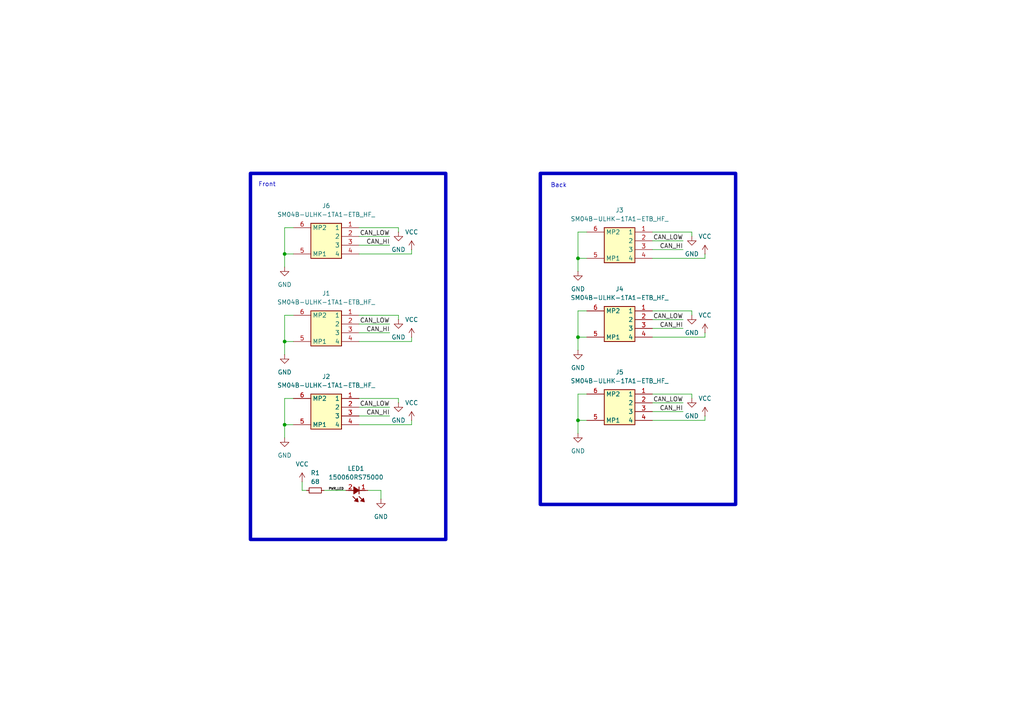
<source format=kicad_sch>
(kicad_sch (version 20250114) (generator "eeschema") (generator_version "9.0")
  (paper "A4")
  (lib_symbols
    (symbol "Device:R_Small" (pin_numbers (hide yes)) (pin_names (offset 0.254) (hide yes))
      (property "Reference" "R" (at 0.762 0.508 0))
      (property "Value" "R_Small" (at 0.762 -1.016 0))
      (symbol "R_Small_0_1"
        (rectangle (start -0.762 1.778) (end 0.762 -1.778) (stroke (width 0.2032)))
      )
      (symbol "R_Small_1_1"
        (pin passive line (at 0 2.54 270) (length 0.762) (name "~") (number "1"))
        (pin passive line (at 0 -2.54 90) (length 0.762) (name "~") (number "2"))
      )
    )
    (symbol "SDM_CONNECTOR:SM04B-ULHK-1TA1-ETB_HF_"
      (property "Reference" "J" (at 19.05 7.62 0))
      (property "Value" "SM04B-ULHK-1TA1-ETB_HF_" (at 19.05 5.08 0))
      (symbol "SM04B-ULHK-1TA1-ETB_HF__1_1"
        (rectangle (start 5.08 1.27) (end 13.97 -8.89) (stroke (width 0.254)) (fill (type background)))
        (pin passive line (at 0 0 0) (length 5.08) (name "4") (number "4"))
        (pin passive line (at 0 -2.54 0) (length 5.08) (name "3") (number "3"))
        (pin passive line (at 0 -5.08 0) (length 5.08) (name "2") (number "2"))
        (pin passive line (at 0 -7.62 0) (length 5.08) (name "1") (number "1"))
        (pin input line (at 19.05 0 180) (length 5.08) (name "MP1") (number "5"))
        (pin input line (at 19.05 -7.62 180) (length 5.08) (name "MP2") (number "6"))
      )
    )
    (symbol "SDM_LED:150060RS75000" (pin_names (hide yes))
      (property "Reference" "LED" (at 12.7 8.89 0))
      (property "Value" "150060RS75000" (at 12.7 6.35 0))
      (symbol "150060RS75000_1_1"
        (polyline (pts (xy 3.302 0) (xy 5.842 0)) (stroke (width 0.254)))
        (polyline (pts (xy 4.572 3.048) (xy 3.81 2.286) (xy 3.556 3.302) (xy 4.572 3.048)) (stroke (width 0.254)) (fill (type outline)))
        (polyline (pts (xy 5.08 1.778) (xy 4.318 2.54)) (stroke (width 0.254)))
        (polyline (pts (xy 5.08 1.016) (xy 5.08 -1.016)) (stroke (width 0.254)))
        (polyline (pts (xy 5.08 0) (xy 6.604 1.016) (xy 6.604 -1.016) (xy 5.08 0)) (stroke (width 0.254)) (fill (type outline)))
        (polyline (pts (xy 5.588 0) (xy 8.128 0)) (stroke (width 0.254)))
        (polyline (pts (xy 6.35 3.048) (xy 5.588 2.286) (xy 5.334 3.302) (xy 6.35 3.048)) (stroke (width 0.254)) (fill (type outline)))
        (polyline (pts (xy 6.858 1.778) (xy 6.096 2.54)) (stroke (width 0.254)))
        (pin passive line (at 2.54 0 0) (length 2.54) (name "K") (number "1"))
        (pin passive line (at 8.89 0 180) (length 2.54) (name "A") (number "2"))
      )
    )
    (symbol "power:+5V" (power) (pin_numbers (hide yes)) (pin_names (offset 0) (hide yes))
      (property "Value" "+5V" (at 0 3.556 0))
      (symbol "+5V_0_1"
        (polyline (pts (xy -0.762 1.27) (xy 0 2.54)))
        (polyline (pts (xy 0 2.54) (xy 0.762 1.27)))
        (polyline (pts (xy 0 0) (xy 0 2.54)))
      )
      (symbol "+5V_1_1"
        (pin power_in line (at 0 0 90) (length 0) (name "~") (number "1"))
      )
    )
    (symbol "power:GND" (power) (pin_numbers (hide yes)) (pin_names (offset 0) (hide yes))
      (property "Value" "GND" (at 0 -3.81 0))
      (symbol "GND_0_1"
        (polyline (pts (xy 0 0) (xy 0 -1.27) (xy 1.27 -1.27) (xy 0 -2.54) (xy -1.27 -1.27) (xy 0 -1.27)))
      )
      (symbol "GND_1_1"
        (pin power_in line (at 0 0 270) (length 0) (name "~") (number "1"))
      )
    )
    (symbol "power:VCC" (power) (pin_numbers (hide yes)) (pin_names (offset 0) (hide yes))
      (property "Value" "VCC" (at 0 3.556 0))
      (symbol "VCC_0_1"
        (polyline (pts (xy -0.762 1.27) (xy 0 2.54)))
        (polyline (pts (xy 0 2.54) (xy 0.762 1.27)))
        (polyline (pts (xy 0 0) (xy 0 2.54)))
      )
      (symbol "VCC_1_1"
        (pin power_in line (at 0 0 90) (length 0) (name "~") (number "1"))
      )
    )
  )
  (text "Back\n" (at 162.052 53.848 0) (effects (font (size 1.27 1.27))))
  (text "Front" (at 77.47 53.594 0) (effects (font (size 1.27 1.27))))
  (text_box "" (at 156.718 50.292 0) (size 56.642 96.012) (margins 0.9525 0.9525 0.9525 0.9525) (stroke (width 1)) (effects (font (size 1.27 1.27)) (justify left top)))
  (text_box "" (at 72.644 50.292 0) (size 56.642 106.172) (margins 0.9525 0.9525 0.9525 0.9525) (stroke (width 1)) (effects (font (size 1.27 1.27)) (justify left top)))
  (junction (at 167.64 121.92))
  (junction (at 167.64 97.79))
  (junction (at 82.55 73.66))
  (junction (at 167.64 74.93))
  (junction (at 82.55 123.19))
  (junction (at 82.55 99.06))
  (wire (pts (xy 170.18 90.17) (xy 167.64 90.17)))
  (wire (pts (xy 104.14 123.19) (xy 119.38 123.19)))
  (wire (pts (xy 170.18 67.31) (xy 167.64 67.31)))
  (wire (pts (xy 189.23 95.25) (xy 198.12 95.25)))
  (wire (pts (xy 200.66 114.3) (xy 200.66 115.57)))
  (wire (pts (xy 115.57 115.57) (xy 115.57 116.84)))
  (wire (pts (xy 110.49 142.24) (xy 110.49 144.78)))
  (wire (pts (xy 104.14 93.98) (xy 113.03 93.98)))
  (wire (pts (xy 167.64 67.31) (xy 167.64 74.93)))
  (wire (pts (xy 82.55 99.06) (xy 82.55 102.87)))
  (wire (pts (xy 189.23 121.92) (xy 204.47 121.92)))
  (wire (pts (xy 85.09 115.57) (xy 82.55 115.57)))
  (wire (pts (xy 200.66 90.17) (xy 200.66 91.44)))
  (wire (pts (xy 82.55 73.66) (xy 85.09 73.66)))
  (wire (pts (xy 104.14 91.44) (xy 115.57 91.44)))
  (wire (pts (xy 189.23 114.3) (xy 200.66 114.3)))
  (wire (pts (xy 167.64 97.79) (xy 170.18 97.79)))
  (wire (pts (xy 167.64 121.92) (xy 167.64 125.73)))
  (wire (pts (xy 104.14 96.52) (xy 113.03 96.52)))
  (wire (pts (xy 82.55 66.04) (xy 82.55 73.66)))
  (wire (pts (xy 104.14 99.06) (xy 119.38 99.06)))
  (wire (pts (xy 204.47 121.92) (xy 204.47 120.65)))
  (wire (pts (xy 167.64 97.79) (xy 167.64 101.6)))
  (wire (pts (xy 87.63 142.24) (xy 88.9 142.24)))
  (wire (pts (xy 119.38 73.66) (xy 119.38 72.39)))
  (wire (pts (xy 106.68 142.24) (xy 110.49 142.24)))
  (wire (pts (xy 82.55 99.06) (xy 85.09 99.06)))
  (wire (pts (xy 189.23 72.39) (xy 198.12 72.39)))
  (wire (pts (xy 189.23 116.84) (xy 198.12 116.84)))
  (wire (pts (xy 189.23 97.79) (xy 204.47 97.79)))
  (wire (pts (xy 93.98 142.24) (xy 100.33 142.24)))
  (wire (pts (xy 87.63 139.7) (xy 87.63 142.24)))
  (wire (pts (xy 167.64 74.93) (xy 170.18 74.93)))
  (wire (pts (xy 104.14 68.58) (xy 113.03 68.58)))
  (wire (pts (xy 204.47 97.79) (xy 204.47 96.52)))
  (wire (pts (xy 82.55 73.66) (xy 82.55 77.47)))
  (wire (pts (xy 115.57 66.04) (xy 115.57 67.31)))
  (wire (pts (xy 189.23 74.93) (xy 204.47 74.93)))
  (wire (pts (xy 85.09 66.04) (xy 82.55 66.04)))
  (wire (pts (xy 104.14 71.12) (xy 113.03 71.12)))
  (wire (pts (xy 82.55 123.19) (xy 82.55 127)))
  (wire (pts (xy 82.55 123.19) (xy 85.09 123.19)))
  (wire (pts (xy 119.38 99.06) (xy 119.38 97.79)))
  (wire (pts (xy 170.18 114.3) (xy 167.64 114.3)))
  (wire (pts (xy 189.23 92.71) (xy 198.12 92.71)))
  (wire (pts (xy 104.14 73.66) (xy 119.38 73.66)))
  (wire (pts (xy 167.64 90.17) (xy 167.64 97.79)))
  (wire (pts (xy 204.47 74.93) (xy 204.47 73.66)))
  (wire (pts (xy 167.64 74.93) (xy 167.64 78.74)))
  (wire (pts (xy 104.14 120.65) (xy 113.03 120.65)))
  (wire (pts (xy 200.66 67.31) (xy 200.66 68.58)))
  (wire (pts (xy 82.55 115.57) (xy 82.55 123.19)))
  (wire (pts (xy 189.23 119.38) (xy 198.12 119.38)))
  (wire (pts (xy 104.14 66.04) (xy 115.57 66.04)))
  (wire (pts (xy 189.23 69.85) (xy 198.12 69.85)))
  (wire (pts (xy 189.23 67.31) (xy 200.66 67.31)))
  (wire (pts (xy 189.23 90.17) (xy 200.66 90.17)))
  (wire (pts (xy 104.14 115.57) (xy 115.57 115.57)))
  (wire (pts (xy 119.38 123.19) (xy 119.38 121.92)))
  (wire (pts (xy 104.14 118.11) (xy 113.03 118.11)))
  (wire (pts (xy 167.64 114.3) (xy 167.64 121.92)))
  (wire (pts (xy 85.09 91.44) (xy 82.55 91.44)))
  (wire (pts (xy 167.64 121.92) (xy 170.18 121.92)))
  (wire (pts (xy 115.57 91.44) (xy 115.57 92.71)))
  (wire (pts (xy 82.55 91.44) (xy 82.55 99.06)))
  (label "CAN_LOW" (at 113.03 93.98 180))
  (label "CAN_LOW" (at 198.12 92.71 180))
  (label "CAN_LOW" (at 113.03 68.58 180))
  (label "CAN_LOW" (at 113.03 118.11 180))
  (label "CAN_HI" (at 198.12 95.25 180))
  (label "PWR_LED" (at 95.25 142.24 0) (effects (font (size 0.65 0.65))))
  (label "CAN_HI" (at 113.03 120.65 180))
  (label "CAN_HI" (at 113.03 71.12 180))
  (label "CAN_HI" (at 198.12 119.38 180))
  (label "CAN_HI" (at 198.12 72.39 180))
  (label "CAN_LOW" (at 198.12 69.85 180))
  (label "CAN_HI" (at 113.03 96.52 180))
  (label "CAN_LOW" (at 198.12 116.84 180))
  (symbol (lib_id "power:GND") (at 115.57 116.84 0) (unit 1)
    (property "Reference" "#PWR05" (effects (hide yes)))
    (property "Value" "GND" (at 115.57 121.92 0))
    (property "Description" "Power symbol creates a global label with name \"GND\" , ground" (effects (hide yes)))
  )
  (symbol (lib_id "power:GND") (at 167.64 125.73 0) (unit 1)
    (property "Reference" "#PWR013" (effects (hide yes)))
    (property "Value" "GND" (at 167.64 130.81 0))
    (property "Description" "Power symbol creates a global label with name \"GND\" , ground" (effects (hide yes)))
  )
  (symbol (lib_id "SDM_CONNECTOR:SM04B-ULHK-1TA1-ETB_HF_") (at 104.14 99.06 180) (unit 1)
    (property "Reference" "J1" (at 94.615 85.09 0))
    (property "Value" "SM04B-ULHK-1TA1-ETB_HF_" (at 94.615 87.63 0))
    (property "Footprint" "SDM_MiscFootprint:SM04BULHK1TA1ETBHF" (effects (hide yes)))
    (property "Datasheet" "https://www.jst-mfg.com/product/pdf/eng/eULH.pdf?65dd9a2fd1056" (effects (hide yes)))
    (property "Description" "Automotive Connectors 4P ULH Series 0.50 SMT Side Entry Header Key 1 Tin Black" (effects (hide yes)))
    (property "Height" "3.5" (effects (hide yes)))
    (property "Mouser Part Number" "306-SM4BULH1TA1ETBHF" (effects (hide yes)))
    (property "Mouser Price/Stock" "https://www.mouser.co.uk/ProductDetail/JST-Automotive/SM04B-ULHK-1TA1-ETBHF?qs=T%252BzbugeAwjhMN2sH8j2Cng%3D%3D" (effects (hide yes)))
    (property "Manufacturer_Name" "JST (JAPAN SOLDERLESS TERMINALS)" (effects (hide yes)))
    (property "Manufacturer_Part_Number" "SM04B-ULHK-1TA1-ETB(HF)" (effects (hide yes)))
  )
  (symbol (lib_id "SDM_CONNECTOR:SM04B-ULHK-1TA1-ETB_HF_") (at 104.14 73.66 180) (unit 1)
    (property "Reference" "J6" (at 94.615 59.69 0))
    (property "Value" "SM04B-ULHK-1TA1-ETB_HF_" (at 94.615 62.23 0))
    (property "Footprint" "SDM_MiscFootprint:SM04BULHK1TA1ETBHF" (effects (hide yes)))
    (property "Datasheet" "https://www.jst-mfg.com/product/pdf/eng/eULH.pdf?65dd9a2fd1056" (effects (hide yes)))
    (property "Description" "Automotive Connectors 4P ULH Series 0.50 SMT Side Entry Header Key 1 Tin Black" (effects (hide yes)))
    (property "Height" "3.5" (effects (hide yes)))
    (property "Mouser Part Number" "306-SM4BULH1TA1ETBHF" (effects (hide yes)))
    (property "Mouser Price/Stock" "https://www.mouser.co.uk/ProductDetail/JST-Automotive/SM04B-ULHK-1TA1-ETBHF?qs=T%252BzbugeAwjhMN2sH8j2Cng%3D%3D" (effects (hide yes)))
    (property "Manufacturer_Name" "JST (JAPAN SOLDERLESS TERMINALS)" (effects (hide yes)))
    (property "Manufacturer_Part_Number" "SM04B-ULHK-1TA1-ETB(HF)" (effects (hide yes)))
  )
  (symbol (lib_id "power:VCC") (at 204.47 73.66 0) (unit 1)
    (property "Reference" "#PWR09" (effects (hide yes)))
    (property "Value" "VCC" (at 204.47 68.58 0))
    (property "Description" "Power symbol creates a global label with name \"VCC\"" (effects (hide yes)))
  )
  (symbol (lib_id "power:GND") (at 115.57 92.71 0) (unit 1)
    (property "Reference" "#PWR02" (effects (hide yes)))
    (property "Value" "GND" (at 115.57 97.79 0))
    (property "Description" "Power symbol creates a global label with name \"GND\" , ground" (effects (hide yes)))
  )
  (symbol (lib_id "power:GND") (at 82.55 127 0) (unit 1)
    (property "Reference" "#PWR04" (effects (hide yes)))
    (property "Value" "GND" (at 82.55 132.08 0))
    (property "Description" "Power symbol creates a global label with name \"GND\" , ground" (effects (hide yes)))
  )
  (symbol (lib_id "power:VCC") (at 119.38 72.39 0) (unit 1)
    (property "Reference" "#PWR052" (effects (hide yes)))
    (property "Value" "VCC" (at 119.38 67.31 0))
    (property "Description" "Power symbol creates a global label with name \"VCC\"" (effects (hide yes)))
  )
  (symbol (lib_id "SDM_CONNECTOR:SM04B-ULHK-1TA1-ETB_HF_") (at 189.23 121.92 180) (unit 1)
    (property "Reference" "J5" (at 179.705 107.95 0))
    (property "Value" "SM04B-ULHK-1TA1-ETB_HF_" (at 179.705 110.49 0))
    (property "Footprint" "SDM_MiscFootprint:SM04BULHK1TA1ETBHF" (effects (hide yes)))
    (property "Datasheet" "https://www.jst-mfg.com/product/pdf/eng/eULH.pdf?65dd9a2fd1056" (effects (hide yes)))
    (property "Description" "Automotive Connectors 4P ULH Series 0.50 SMT Side Entry Header Key 1 Tin Black" (effects (hide yes)))
    (property "Height" "3.5" (effects (hide yes)))
    (property "Mouser Part Number" "306-SM4BULH1TA1ETBHF" (effects (hide yes)))
    (property "Mouser Price/Stock" "https://www.mouser.co.uk/ProductDetail/JST-Automotive/SM04B-ULHK-1TA1-ETBHF?qs=T%252BzbugeAwjhMN2sH8j2Cng%3D%3D" (effects (hide yes)))
    (property "Manufacturer_Name" "JST (JAPAN SOLDERLESS TERMINALS)" (effects (hide yes)))
    (property "Manufacturer_Part_Number" "SM04B-ULHK-1TA1-ETB(HF)" (effects (hide yes)))
  )
  (symbol (lib_id "SDM_LED:150060RS75000") (at 109.22 142.24 180) (unit 1)
    (property "Reference" "LED1" (at 103.251 135.89 0))
    (property "Value" "150060RS75000" (at 103.251 138.43 0))
    (property "Footprint" "SDM_MiscFootprint:LEDC1608X80N" (effects (hide yes)))
    (property "Datasheet" "http://katalog.we-online.de/led/datasheet/150060RS75000.pdf" (effects (hide yes)))
    (property "Description" "WURTH ELEKTRONIK - 150060RS75000 - LED, 0603, RED, 250MCD, 625NM" (effects (hide yes)))
    (property "Height" "0.8" (effects (hide yes)))
    (property "Mouser Part Number" "710-150060RS75000" (effects (hide yes)))
    (property "Mouser Price/Stock" "https://www.mouser.co.uk/ProductDetail/Wurth-Elektronik/150060RS75000?qs=LlUlMxKIyB3QnmZ3fw%2FVCA%3D%3D" (effects (hide yes)))
    (property "Manufacturer_Name" "Wurth Elektronik" (effects (hide yes)))
    (property "Manufacturer_Part_Number" "150060RS75000" (effects (hide yes)))
  )
  (symbol (lib_id "power:VCC") (at 119.38 121.92 0) (unit 1)
    (property "Reference" "#PWR06" (effects (hide yes)))
    (property "Value" "VCC" (at 119.38 116.84 0))
    (property "Description" "Power symbol creates a global label with name \"VCC\"" (effects (hide yes)))
  )
  (symbol (lib_id "power:+5V") (at 87.63 139.7 0) (unit 1)
    (property "Reference" "#PWR016" (effects (hide yes)))
    (property "Value" "VCC" (at 87.63 134.62 0))
    (property "Description" "Power symbol creates a global label with name \"+5V\"" (effects (hide yes)))
  )
  (symbol (lib_id "power:GND") (at 167.64 101.6 0) (unit 1)
    (property "Reference" "#PWR010" (effects (hide yes)))
    (property "Value" "GND" (at 167.64 106.68 0))
    (property "Description" "Power symbol creates a global label with name \"GND\" , ground" (effects (hide yes)))
  )
  (symbol (lib_id "Device:R_Small") (at 91.44 142.24 270) (unit 1)
    (property "Reference" "R1" (at 91.44 137.16 90))
    (property "Value" "68" (at 91.44 139.7 90))
    (property "Footprint" "Capacitor_SMD:C_0603_1608Metric" (effects (hide yes)))
  )
  (symbol (lib_id "SDM_CONNECTOR:SM04B-ULHK-1TA1-ETB_HF_") (at 189.23 74.93 180) (unit 1)
    (property "Reference" "J3" (at 179.705 60.96 0))
    (property "Value" "SM04B-ULHK-1TA1-ETB_HF_" (at 179.705 63.5 0))
    (property "Footprint" "SDM_MiscFootprint:SM04BULHK1TA1ETBHF" (effects (hide yes)))
    (property "Datasheet" "https://www.jst-mfg.com/product/pdf/eng/eULH.pdf?65dd9a2fd1056" (effects (hide yes)))
    (property "Description" "Automotive Connectors 4P ULH Series 0.50 SMT Side Entry Header Key 1 Tin Black" (effects (hide yes)))
    (property "Height" "3.5" (effects (hide yes)))
    (property "Mouser Part Number" "306-SM4BULH1TA1ETBHF" (effects (hide yes)))
    (property "Mouser Price/Stock" "https://www.mouser.co.uk/ProductDetail/JST-Automotive/SM04B-ULHK-1TA1-ETBHF?qs=T%252BzbugeAwjhMN2sH8j2Cng%3D%3D" (effects (hide yes)))
    (property "Manufacturer_Name" "JST (JAPAN SOLDERLESS TERMINALS)" (effects (hide yes)))
    (property "Manufacturer_Part_Number" "SM04B-ULHK-1TA1-ETB(HF)" (effects (hide yes)))
  )
  (symbol (lib_id "power:GND") (at 200.66 115.57 0) (unit 1)
    (property "Reference" "#PWR014" (effects (hide yes)))
    (property "Value" "GND" (at 200.66 120.65 0))
    (property "Description" "Power symbol creates a global label with name \"GND\" , ground" (effects (hide yes)))
  )
  (symbol (lib_id "power:VCC") (at 119.38 97.79 0) (unit 1)
    (property "Reference" "#PWR03" (effects (hide yes)))
    (property "Value" "VCC" (at 119.38 92.71 0))
    (property "Description" "Power symbol creates a global label with name \"VCC\"" (effects (hide yes)))
  )
  (symbol (lib_id "power:GND") (at 82.55 77.47 0) (unit 1)
    (property "Reference" "#PWR056" (effects (hide yes)))
    (property "Value" "GND" (at 82.55 82.55 0))
    (property "Description" "Power symbol creates a global label with name \"GND\" , ground" (effects (hide yes)))
  )
  (symbol (lib_id "power:VCC") (at 204.47 120.65 0) (unit 1)
    (property "Reference" "#PWR015" (effects (hide yes)))
    (property "Value" "VCC" (at 204.47 115.57 0))
    (property "Description" "Power symbol creates a global label with name \"VCC\"" (effects (hide yes)))
  )
  (symbol (lib_id "power:GND") (at 82.55 102.87 0) (unit 1)
    (property "Reference" "#PWR01" (effects (hide yes)))
    (property "Value" "GND" (at 82.55 107.95 0))
    (property "Description" "Power symbol creates a global label with name \"GND\" , ground" (effects (hide yes)))
  )
  (symbol (lib_id "power:GND") (at 115.57 67.31 0) (unit 1)
    (property "Reference" "#PWR053" (effects (hide yes)))
    (property "Value" "GND" (at 115.57 72.39 0))
    (property "Description" "Power symbol creates a global label with name \"GND\" , ground" (effects (hide yes)))
  )
  (symbol (lib_id "power:VCC") (at 204.47 96.52 0) (unit 1)
    (property "Reference" "#PWR012" (effects (hide yes)))
    (property "Value" "VCC" (at 204.47 91.44 0))
    (property "Description" "Power symbol creates a global label with name \"VCC\"" (effects (hide yes)))
  )
  (symbol (lib_id "power:GND") (at 167.64 78.74 0) (unit 1)
    (property "Reference" "#PWR07" (effects (hide yes)))
    (property "Value" "GND" (at 167.64 83.82 0))
    (property "Description" "Power symbol creates a global label with name \"GND\" , ground" (effects (hide yes)))
  )
  (symbol (lib_id "SDM_CONNECTOR:SM04B-ULHK-1TA1-ETB_HF_") (at 104.14 123.19 180) (unit 1)
    (property "Reference" "J2" (at 94.615 109.22 0))
    (property "Value" "SM04B-ULHK-1TA1-ETB_HF_" (at 94.615 111.76 0))
    (property "Footprint" "SDM_MiscFootprint:SM04BULHK1TA1ETBHF" (effects (hide yes)))
    (property "Datasheet" "https://www.jst-mfg.com/product/pdf/eng/eULH.pdf?65dd9a2fd1056" (effects (hide yes)))
    (property "Description" "Automotive Connectors 4P ULH Series 0.50 SMT Side Entry Header Key 1 Tin Black" (effects (hide yes)))
    (property "Height" "3.5" (effects (hide yes)))
    (property "Mouser Part Number" "306-SM4BULH1TA1ETBHF" (effects (hide yes)))
    (property "Mouser Price/Stock" "https://www.mouser.co.uk/ProductDetail/JST-Automotive/SM04B-ULHK-1TA1-ETBHF?qs=T%252BzbugeAwjhMN2sH8j2Cng%3D%3D" (effects (hide yes)))
    (property "Manufacturer_Name" "JST (JAPAN SOLDERLESS TERMINALS)" (effects (hide yes)))
    (property "Manufacturer_Part_Number" "SM04B-ULHK-1TA1-ETB(HF)" (effects (hide yes)))
  )
  (symbol (lib_id "power:GND") (at 110.49 144.78 0) (unit 1)
    (property "Reference" "#PWR017" (effects (hide yes)))
    (property "Value" "GND" (at 110.49 149.86 0))
    (property "Description" "Power symbol creates a global label with name \"GND\" , ground" (effects (hide yes)))
  )
  (symbol (lib_id "SDM_CONNECTOR:SM04B-ULHK-1TA1-ETB_HF_") (at 189.23 97.79 180) (unit 1)
    (property "Reference" "J4" (at 179.705 83.82 0))
    (property "Value" "SM04B-ULHK-1TA1-ETB_HF_" (at 179.705 86.36 0))
    (property "Footprint" "SDM_MiscFootprint:SM04BULHK1TA1ETBHF" (effects (hide yes)))
    (property "Datasheet" "https://www.jst-mfg.com/product/pdf/eng/eULH.pdf?65dd9a2fd1056" (effects (hide yes)))
    (property "Description" "Automotive Connectors 4P ULH Series 0.50 SMT Side Entry Header Key 1 Tin Black" (effects (hide yes)))
    (property "Height" "3.5" (effects (hide yes)))
    (property "Mouser Part Number" "306-SM4BULH1TA1ETBHF" (effects (hide yes)))
    (property "Mouser Price/Stock" "https://www.mouser.co.uk/ProductDetail/JST-Automotive/SM04B-ULHK-1TA1-ETBHF?qs=T%252BzbugeAwjhMN2sH8j2Cng%3D%3D" (effects (hide yes)))
    (property "Manufacturer_Name" "JST (JAPAN SOLDERLESS TERMINALS)" (effects (hide yes)))
    (property "Manufacturer_Part_Number" "SM04B-ULHK-1TA1-ETB(HF)" (effects (hide yes)))
  )
  (symbol (lib_id "power:GND") (at 200.66 91.44 0) (unit 1)
    (property "Reference" "#PWR011" (effects (hide yes)))
    (property "Value" "GND" (at 200.66 96.52 0))
    (property "Description" "Power symbol creates a global label with name \"GND\" , ground" (effects (hide yes)))
  )
  (symbol (lib_id "power:GND") (at 200.66 68.58 0) (unit 1)
    (property "Reference" "#PWR08" (effects (hide yes)))
    (property "Value" "GND" (at 200.66 73.66 0))
    (property "Description" "Power symbol creates a global label with name \"GND\" , ground" (effects (hide yes)))
  )
)
</source>
